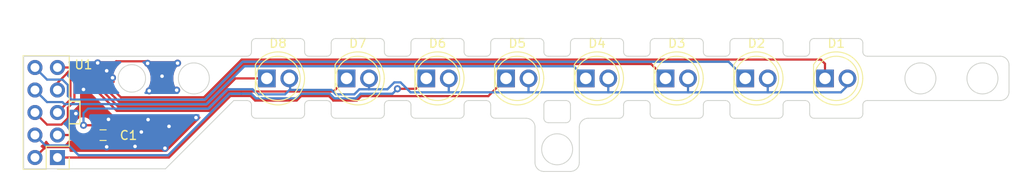
<source format=kicad_pcb>
(kicad_pcb (version 20171130) (host pcbnew "(5.1.6-0-10_14)")

  (general
    (thickness 1.6)
    (drawings 154)
    (tracks 195)
    (zones 0)
    (modules 10)
    (nets 11)
  )

  (page A4)
  (layers
    (0 F.Cu signal)
    (31 B.Cu signal)
    (32 B.Adhes user)
    (33 F.Adhes user)
    (34 B.Paste user)
    (35 F.Paste user)
    (36 B.SilkS user)
    (37 F.SilkS user)
    (38 B.Mask user)
    (39 F.Mask user)
    (40 Dwgs.User user)
    (41 Cmts.User user)
    (42 Eco1.User user)
    (43 Eco2.User user)
    (44 Edge.Cuts user)
    (45 Margin user)
    (46 B.CrtYd user)
    (47 F.CrtYd user)
    (48 B.Fab user)
    (49 F.Fab user)
  )

  (setup
    (last_trace_width 0.25)
    (trace_clearance 0.2)
    (zone_clearance 0.508)
    (zone_45_only no)
    (trace_min 0.2)
    (via_size 0.8)
    (via_drill 0.4)
    (via_min_size 0.4)
    (via_min_drill 0.3)
    (uvia_size 0.3)
    (uvia_drill 0.1)
    (uvias_allowed no)
    (uvia_min_size 0.2)
    (uvia_min_drill 0.1)
    (edge_width 0.1)
    (segment_width 0.2)
    (pcb_text_width 0.3)
    (pcb_text_size 1.5 1.5)
    (mod_edge_width 0.15)
    (mod_text_size 1 1)
    (mod_text_width 0.15)
    (pad_size 2 2)
    (pad_drill 1.3)
    (pad_to_mask_clearance 0)
    (aux_axis_origin 0 0)
    (grid_origin 0.5 0.5)
    (visible_elements FFFFFF7F)
    (pcbplotparams
      (layerselection 0x010fc_ffffffff)
      (usegerberextensions true)
      (usegerberattributes false)
      (usegerberadvancedattributes true)
      (creategerberjobfile true)
      (excludeedgelayer true)
      (linewidth 0.100000)
      (plotframeref false)
      (viasonmask false)
      (mode 1)
      (useauxorigin false)
      (hpglpennumber 1)
      (hpglpenspeed 20)
      (hpglpendiameter 15.000000)
      (psnegative false)
      (psa4output false)
      (plotreference true)
      (plotvalue true)
      (plotinvisibletext false)
      (padsonsilk false)
      (subtractmaskfromsilk false)
      (outputformat 1)
      (mirror false)
      (drillshape 0)
      (scaleselection 1)
      (outputdirectory ""))
  )

  (net 0 "")
  (net 1 GND)
  (net 2 VCC)
  (net 3 OUT1)
  (net 4 OUT2)
  (net 5 OUT3)
  (net 6 OUT4)
  (net 7 OUT5)
  (net 8 OUT6)
  (net 9 OUT7)
  (net 10 OUT8)

  (net_class Default "This is the default net class."
    (clearance 0.2)
    (trace_width 0.25)
    (via_dia 0.8)
    (via_drill 0.4)
    (uvia_dia 0.3)
    (uvia_drill 0.1)
    (add_net GND)
    (add_net OUT1)
    (add_net OUT2)
    (add_net OUT3)
    (add_net OUT4)
    (add_net OUT5)
    (add_net OUT6)
    (add_net OUT7)
    (add_net OUT8)
    (add_net VCC)
  )

  (module LEDs:LED_D5.0mm (layer F.Cu) (tedit 5F433320) (tstamp 5EFF066C)
    (at 164.73 113.5)
    (descr "LED, diameter 5.0mm, 2 pins, http://cdn-reichelt.de/documents/datenblatt/A500/LL-504BC2E-009.pdf")
    (tags "LED diameter 5.0mm 2 pins")
    (path /5ECD722C)
    (fp_text reference D1 (at 1.27 -3.96) (layer F.SilkS)
      (effects (font (size 1 1) (thickness 0.15)))
    )
    (fp_text value LED (at 1.27 3.96) (layer F.Fab)
      (effects (font (size 1 1) (thickness 0.15)))
    )
    (fp_circle (center 1.27 0) (end 3.77 0) (layer F.Fab) (width 0.1))
    (fp_circle (center 1.27 0) (end 3.77 0) (layer F.SilkS) (width 0.12))
    (fp_line (start -1.23 -1.469694) (end -1.23 1.469694) (layer F.Fab) (width 0.1))
    (fp_line (start -1.29 -1.545) (end -1.29 1.545) (layer F.SilkS) (width 0.12))
    (fp_line (start -1.95 -3.25) (end -1.95 3.25) (layer F.CrtYd) (width 0.05))
    (fp_line (start -1.95 3.25) (end 4.5 3.25) (layer F.CrtYd) (width 0.05))
    (fp_line (start 4.5 3.25) (end 4.5 -3.25) (layer F.CrtYd) (width 0.05))
    (fp_line (start 4.5 -3.25) (end -1.95 -3.25) (layer F.CrtYd) (width 0.05))
    (fp_arc (start 1.27 0) (end -1.23 -1.469694) (angle 299.1) (layer F.Fab) (width 0.1))
    (fp_arc (start 1.27 0) (end -1.29 -1.54483) (angle 148.9) (layer F.SilkS) (width 0.12))
    (fp_arc (start 1.27 0) (end -1.29 1.54483) (angle -148.9) (layer F.SilkS) (width 0.12))
    (fp_text user %R (at 2.36 -1.44) (layer F.Fab)
      (effects (font (size 0.8 0.8) (thickness 0.2)))
    )
    (pad 1 thru_hole rect (at 0 0) (size 2 2) (drill 1.3) (layers *.Cu *.Mask)
      (net 3 OUT1))
    (pad 2 thru_hole circle (at 2.54 0) (size 2 2) (drill 1.3) (layers *.Cu *.Mask)
      (net 2 VCC))
    (model ${KISYS3DMOD}/LEDs.3dshapes/LED_D5.0mm.wrl
      (at (xyz 0 0 0))
      (scale (xyz 0.393701 0.393701 0.393701))
      (rotate (xyz 0 0 0))
    )
    (model :desktop:OVLEW1CB9_OVLGC0C6B9.step.step
      (at (xyz 0 0 0))
      (scale (xyz 1 1 1))
      (rotate (xyz 0 0 0))
    )
  )

  (module LEDs:LED_D5.0mm (layer F.Cu) (tedit 5F433318) (tstamp 5EFF0639)
    (at 155.73 113.5)
    (descr "LED, diameter 5.0mm, 2 pins, http://cdn-reichelt.de/documents/datenblatt/A500/LL-504BC2E-009.pdf")
    (tags "LED diameter 5.0mm 2 pins")
    (path /5ECD7222)
    (fp_text reference D2 (at 1.27 -3.96) (layer F.SilkS)
      (effects (font (size 1 1) (thickness 0.15)))
    )
    (fp_text value LED (at 1.27 3.96) (layer F.Fab)
      (effects (font (size 1 1) (thickness 0.15)))
    )
    (fp_line (start 4.5 -3.25) (end -1.95 -3.25) (layer F.CrtYd) (width 0.05))
    (fp_line (start 4.5 3.25) (end 4.5 -3.25) (layer F.CrtYd) (width 0.05))
    (fp_line (start -1.95 3.25) (end 4.5 3.25) (layer F.CrtYd) (width 0.05))
    (fp_line (start -1.95 -3.25) (end -1.95 3.25) (layer F.CrtYd) (width 0.05))
    (fp_line (start -1.29 -1.545) (end -1.29 1.545) (layer F.SilkS) (width 0.12))
    (fp_line (start -1.23 -1.469694) (end -1.23 1.469694) (layer F.Fab) (width 0.1))
    (fp_circle (center 1.27 0) (end 3.77 0) (layer F.SilkS) (width 0.12))
    (fp_circle (center 1.27 0) (end 3.77 0) (layer F.Fab) (width 0.1))
    (fp_text user %R (at 1.25 0) (layer F.Fab)
      (effects (font (size 0.8 0.8) (thickness 0.2)))
    )
    (fp_arc (start 1.27 0) (end -1.29 1.54483) (angle -148.9) (layer F.SilkS) (width 0.12))
    (fp_arc (start 1.27 0) (end -1.29 -1.54483) (angle 148.9) (layer F.SilkS) (width 0.12))
    (fp_arc (start 1.27 0) (end -1.23 -1.469694) (angle 299.1) (layer F.Fab) (width 0.1))
    (pad 2 thru_hole circle (at 2.54 0) (size 2 2) (drill 1.3) (layers *.Cu *.Mask)
      (net 2 VCC))
    (pad 1 thru_hole rect (at 0 0) (size 2 2) (drill 1.3) (layers *.Cu *.Mask)
      (net 4 OUT2))
    (model ${KISYS3DMOD}/LEDs.3dshapes/LED_D5.0mm.wrl
      (at (xyz 0 0 0))
      (scale (xyz 0.393701 0.393701 0.393701))
      (rotate (xyz 0 0 0))
    )
    (model :desktop:OVLEW1CB9_OVLGC0C6B9.step.step
      (at (xyz 0 0 0))
      (scale (xyz 1 1 1))
      (rotate (xyz 0 0 0))
    )
  )

  (module LEDs:LED_D5.0mm (layer F.Cu) (tedit 5F433313) (tstamp 5EFF0606)
    (at 146.73 113.5)
    (descr "LED, diameter 5.0mm, 2 pins, http://cdn-reichelt.de/documents/datenblatt/A500/LL-504BC2E-009.pdf")
    (tags "LED diameter 5.0mm 2 pins")
    (path /5ECD7218)
    (fp_text reference D3 (at 1.27 -3.96) (layer F.SilkS)
      (effects (font (size 1 1) (thickness 0.15)))
    )
    (fp_text value LED (at 1.27 3.96) (layer F.Fab)
      (effects (font (size 1 1) (thickness 0.15)))
    )
    (fp_circle (center 1.27 0) (end 3.77 0) (layer F.Fab) (width 0.1))
    (fp_circle (center 1.27 0) (end 3.77 0) (layer F.SilkS) (width 0.12))
    (fp_line (start -1.23 -1.469694) (end -1.23 1.469694) (layer F.Fab) (width 0.1))
    (fp_line (start -1.29 -1.545) (end -1.29 1.545) (layer F.SilkS) (width 0.12))
    (fp_line (start -1.95 -3.25) (end -1.95 3.25) (layer F.CrtYd) (width 0.05))
    (fp_line (start -1.95 3.25) (end 4.5 3.25) (layer F.CrtYd) (width 0.05))
    (fp_line (start 4.5 3.25) (end 4.5 -3.25) (layer F.CrtYd) (width 0.05))
    (fp_line (start 4.5 -3.25) (end -1.95 -3.25) (layer F.CrtYd) (width 0.05))
    (fp_arc (start 1.27 0) (end -1.23 -1.469694) (angle 299.1) (layer F.Fab) (width 0.1))
    (fp_arc (start 1.27 0) (end -1.29 -1.54483) (angle 148.9) (layer F.SilkS) (width 0.12))
    (fp_arc (start 1.27 0) (end -1.29 1.54483) (angle -148.9) (layer F.SilkS) (width 0.12))
    (fp_text user %R (at 1.25 0) (layer F.Fab)
      (effects (font (size 0.8 0.8) (thickness 0.2)))
    )
    (pad 1 thru_hole rect (at 0 0) (size 2 2) (drill 1.3) (layers *.Cu *.Mask)
      (net 5 OUT3))
    (pad 2 thru_hole circle (at 2.54 0) (size 2 2) (drill 1.3) (layers *.Cu *.Mask)
      (net 2 VCC))
    (model ${KISYS3DMOD}/LEDs.3dshapes/LED_D5.0mm.wrl
      (at (xyz 0 0 0))
      (scale (xyz 0.3937 0.3937 0.3937))
      (rotate (xyz 0 0 0))
    )
    (model :desktop:OVLEW1CB9_OVLGC0C6B9.step.step
      (at (xyz 0 0 0))
      (scale (xyz 1 1 1))
      (rotate (xyz 0 0 0))
    )
  )

  (module LEDs:LED_D5.0mm (layer F.Cu) (tedit 5F43330B) (tstamp 5EFF05D3)
    (at 137.73 113.5)
    (descr "LED, diameter 5.0mm, 2 pins, http://cdn-reichelt.de/documents/datenblatt/A500/LL-504BC2E-009.pdf")
    (tags "LED diameter 5.0mm 2 pins")
    (path /5ECD720E)
    (fp_text reference D4 (at 1.27 -3.96) (layer F.SilkS)
      (effects (font (size 1 1) (thickness 0.15)))
    )
    (fp_text value LED (at 1.27 3.96) (layer F.Fab)
      (effects (font (size 1 1) (thickness 0.15)))
    )
    (fp_line (start 4.5 -3.25) (end -1.95 -3.25) (layer F.CrtYd) (width 0.05))
    (fp_line (start 4.5 3.25) (end 4.5 -3.25) (layer F.CrtYd) (width 0.05))
    (fp_line (start -1.95 3.25) (end 4.5 3.25) (layer F.CrtYd) (width 0.05))
    (fp_line (start -1.95 -3.25) (end -1.95 3.25) (layer F.CrtYd) (width 0.05))
    (fp_line (start -1.29 -1.545) (end -1.29 1.545) (layer F.SilkS) (width 0.12))
    (fp_line (start -1.23 -1.469694) (end -1.23 1.469694) (layer F.Fab) (width 0.1))
    (fp_circle (center 1.27 0) (end 3.77 0) (layer F.SilkS) (width 0.12))
    (fp_circle (center 1.27 0) (end 3.77 0) (layer F.Fab) (width 0.1))
    (fp_text user %R (at 1.25 0) (layer F.Fab)
      (effects (font (size 0.8 0.8) (thickness 0.2)))
    )
    (fp_arc (start 1.27 0) (end -1.29 1.54483) (angle -148.9) (layer F.SilkS) (width 0.12))
    (fp_arc (start 1.27 0) (end -1.29 -1.54483) (angle 148.9) (layer F.SilkS) (width 0.12))
    (fp_arc (start 1.27 0) (end -1.23 -1.469694) (angle 299.1) (layer F.Fab) (width 0.1))
    (pad 2 thru_hole circle (at 2.54 0) (size 2 2) (drill 1.3) (layers *.Cu *.Mask)
      (net 2 VCC))
    (pad 1 thru_hole rect (at 0 0) (size 2 2) (drill 1.3) (layers *.Cu *.Mask)
      (net 6 OUT4))
    (model ${KISYS3DMOD}/LEDs.3dshapes/LED_D5.0mm.wrl
      (at (xyz 0 0 0))
      (scale (xyz 0.393701 0.393701 0.393701))
      (rotate (xyz 0 0 0))
    )
    (model :desktop:OVLEW1CB9_OVLGC0C6B9.step.step
      (at (xyz 0 0 0))
      (scale (xyz 1 1 1))
      (rotate (xyz 0 0 0))
    )
  )

  (module LEDs:LED_D5.0mm (layer F.Cu) (tedit 5F433306) (tstamp 5EFFA656)
    (at 128.73 113.5)
    (descr "LED, diameter 5.0mm, 2 pins, http://cdn-reichelt.de/documents/datenblatt/A500/LL-504BC2E-009.pdf")
    (tags "LED diameter 5.0mm 2 pins")
    (path /5ECD30CB)
    (fp_text reference D5 (at 1.27 -3.96) (layer F.SilkS)
      (effects (font (size 1 1) (thickness 0.15)))
    )
    (fp_text value LED (at 1.27 3.96) (layer F.Fab)
      (effects (font (size 1 1) (thickness 0.15)))
    )
    (fp_circle (center 1.27 0) (end 3.77 0) (layer F.Fab) (width 0.1))
    (fp_circle (center 1.27 0) (end 3.77 0) (layer F.SilkS) (width 0.12))
    (fp_line (start -1.23 -1.469694) (end -1.23 1.469694) (layer F.Fab) (width 0.1))
    (fp_line (start -1.29 -1.545) (end -1.29 1.545) (layer F.SilkS) (width 0.12))
    (fp_line (start -1.95 -3.25) (end -1.95 3.25) (layer F.CrtYd) (width 0.05))
    (fp_line (start -1.95 3.25) (end 4.5 3.25) (layer F.CrtYd) (width 0.05))
    (fp_line (start 4.5 3.25) (end 4.5 -3.25) (layer F.CrtYd) (width 0.05))
    (fp_line (start 4.5 -3.25) (end -1.95 -3.25) (layer F.CrtYd) (width 0.05))
    (fp_arc (start 1.27 0) (end -1.23 -1.469694) (angle 299.1) (layer F.Fab) (width 0.1))
    (fp_arc (start 1.27 0) (end -1.29 -1.54483) (angle 148.9) (layer F.SilkS) (width 0.12))
    (fp_arc (start 1.27 0) (end -1.29 1.54483) (angle -148.9) (layer F.SilkS) (width 0.12))
    (fp_text user %R (at 1.25 0) (layer F.Fab)
      (effects (font (size 0.8 0.8) (thickness 0.2)))
    )
    (pad 1 thru_hole rect (at 0 0) (size 2 2) (drill 1.3) (layers *.Cu *.Mask)
      (net 7 OUT5))
    (pad 2 thru_hole circle (at 2.54 0) (size 2 2) (drill 1.3) (layers *.Cu *.Mask)
      (net 2 VCC))
    (model ${KISYS3DMOD}/LEDs.3dshapes/LED_D5.0mm.wrl
      (at (xyz 0 0 0))
      (scale (xyz 0.393701 0.393701 0.393701))
      (rotate (xyz 0 0 0))
    )
    (model :desktop:OVLEW1CB9_OVLGC0C6B9.step.step
      (at (xyz 0 0 0))
      (scale (xyz 1 1 1))
      (rotate (xyz 0 0 0))
    )
  )

  (module LEDs:LED_D5.0mm (layer F.Cu) (tedit 5F433300) (tstamp 5EFFA623)
    (at 119.73 113.5)
    (descr "LED, diameter 5.0mm, 2 pins, http://cdn-reichelt.de/documents/datenblatt/A500/LL-504BC2E-009.pdf")
    (tags "LED diameter 5.0mm 2 pins")
    (path /5ECD2AA7)
    (fp_text reference D6 (at 1.27 -3.96) (layer F.SilkS)
      (effects (font (size 1 1) (thickness 0.15)))
    )
    (fp_text value LED (at 1.27 3.96) (layer F.Fab)
      (effects (font (size 1 1) (thickness 0.15)))
    )
    (fp_line (start 4.5 -3.25) (end -1.95 -3.25) (layer F.CrtYd) (width 0.05))
    (fp_line (start 4.5 3.25) (end 4.5 -3.25) (layer F.CrtYd) (width 0.05))
    (fp_line (start -1.95 3.25) (end 4.5 3.25) (layer F.CrtYd) (width 0.05))
    (fp_line (start -1.95 -3.25) (end -1.95 3.25) (layer F.CrtYd) (width 0.05))
    (fp_line (start -1.29 -1.545) (end -1.29 1.545) (layer F.SilkS) (width 0.12))
    (fp_line (start -1.23 -1.469694) (end -1.23 1.469694) (layer F.Fab) (width 0.1))
    (fp_circle (center 1.27 0) (end 3.77 0) (layer F.SilkS) (width 0.12))
    (fp_circle (center 1.27 0) (end 3.77 0) (layer F.Fab) (width 0.1))
    (fp_text user %R (at 1.25 0) (layer F.Fab)
      (effects (font (size 0.8 0.8) (thickness 0.2)))
    )
    (fp_arc (start 1.27 0) (end -1.29 1.54483) (angle -148.9) (layer F.SilkS) (width 0.12))
    (fp_arc (start 1.27 0) (end -1.29 -1.54483) (angle 148.9) (layer F.SilkS) (width 0.12))
    (fp_arc (start 1.27 0) (end -1.23 -1.469694) (angle 299.1) (layer F.Fab) (width 0.1))
    (pad 2 thru_hole circle (at 2.54 0) (size 2 2) (drill 1.3) (layers *.Cu *.Mask)
      (net 2 VCC))
    (pad 1 thru_hole rect (at 0 0) (size 2 2) (drill 1.3) (layers *.Cu *.Mask)
      (net 8 OUT6))
    (model ${KISYS3DMOD}/LEDs.3dshapes/LED_D5.0mm.wrl
      (at (xyz 0 0 0))
      (scale (xyz 0.393701 0.393701 0.393701))
      (rotate (xyz 0 0 0))
    )
    (model :desktop:OVLEW1CB9_OVLGC0C6B9.step.step
      (at (xyz 0 0 0))
      (scale (xyz 1 1 1))
      (rotate (xyz 0 0 0))
    )
  )

  (module LEDs:LED_D5.0mm (layer F.Cu) (tedit 5F4332FA) (tstamp 5EFFA5F0)
    (at 110.73 113.5)
    (descr "LED, diameter 5.0mm, 2 pins, http://cdn-reichelt.de/documents/datenblatt/A500/LL-504BC2E-009.pdf")
    (tags "LED diameter 5.0mm 2 pins")
    (path /5ECD240F)
    (fp_text reference D7 (at 1.27 -3.96) (layer F.SilkS)
      (effects (font (size 1 1) (thickness 0.15)))
    )
    (fp_text value LED (at 1.27 3.96) (layer F.Fab)
      (effects (font (size 1 1) (thickness 0.15)))
    )
    (fp_circle (center 1.27 0) (end 3.77 0) (layer F.Fab) (width 0.1))
    (fp_circle (center 1.27 0) (end 3.77 0) (layer F.SilkS) (width 0.12))
    (fp_line (start -1.23 -1.469694) (end -1.23 1.469694) (layer F.Fab) (width 0.1))
    (fp_line (start -1.29 -1.545) (end -1.29 1.545) (layer F.SilkS) (width 0.12))
    (fp_line (start -1.95 -3.25) (end -1.95 3.25) (layer F.CrtYd) (width 0.05))
    (fp_line (start -1.95 3.25) (end 4.5 3.25) (layer F.CrtYd) (width 0.05))
    (fp_line (start 4.5 3.25) (end 4.5 -3.25) (layer F.CrtYd) (width 0.05))
    (fp_line (start 4.5 -3.25) (end -1.95 -3.25) (layer F.CrtYd) (width 0.05))
    (fp_arc (start 1.27 0) (end -1.23 -1.469694) (angle 299.1) (layer F.Fab) (width 0.1))
    (fp_arc (start 1.27 0) (end -1.29 -1.54483) (angle 148.9) (layer F.SilkS) (width 0.12))
    (fp_arc (start 1.27 0) (end -1.29 1.54483) (angle -148.9) (layer F.SilkS) (width 0.12))
    (fp_text user %R (at 1.25 0) (layer F.Fab)
      (effects (font (size 0.8 0.8) (thickness 0.2)))
    )
    (pad 1 thru_hole rect (at 0 0) (size 2 2) (drill 1.3) (layers *.Cu *.Mask)
      (net 9 OUT7))
    (pad 2 thru_hole circle (at 2.54 0) (size 2 2) (drill 1.3) (layers *.Cu *.Mask)
      (net 2 VCC))
    (model ${KISYS3DMOD}/LEDs.3dshapes/LED_D5.0mm.wrl
      (at (xyz 0 0 0))
      (scale (xyz 0.3937 0.3937 0.3937))
      (rotate (xyz 0 0 0))
    )
    (model :desktop:OVLEW1CB9_OVLGC0C6B9.step.step
      (at (xyz 0 0 0))
      (scale (xyz 1 1 1))
      (rotate (xyz 0 0 0))
    )
  )

  (module LEDs:LED_D5.0mm (layer F.Cu) (tedit 5F4332E2) (tstamp 5EFFA5BD)
    (at 101.73 113.5)
    (descr "LED, diameter 5.0mm, 2 pins, http://cdn-reichelt.de/documents/datenblatt/A500/LL-504BC2E-009.pdf")
    (tags "LED diameter 5.0mm 2 pins")
    (path /5ECD166D)
    (fp_text reference D8 (at 1.27 -3.96) (layer F.SilkS)
      (effects (font (size 1 1) (thickness 0.15)))
    )
    (fp_text value LED (at 1.27 3.96) (layer F.Fab)
      (effects (font (size 1 1) (thickness 0.15)))
    )
    (fp_line (start 4.5 -3.25) (end -1.95 -3.25) (layer F.CrtYd) (width 0.05))
    (fp_line (start 4.5 3.25) (end 4.5 -3.25) (layer F.CrtYd) (width 0.05))
    (fp_line (start -1.95 3.25) (end 4.5 3.25) (layer F.CrtYd) (width 0.05))
    (fp_line (start -1.95 -3.25) (end -1.95 3.25) (layer F.CrtYd) (width 0.05))
    (fp_line (start -1.29 -1.545) (end -1.29 1.545) (layer F.SilkS) (width 0.12))
    (fp_line (start -1.23 -1.469694) (end -1.23 1.469694) (layer F.Fab) (width 0.1))
    (fp_circle (center 1.27 0) (end 3.77 0) (layer F.SilkS) (width 0.12))
    (fp_circle (center 1.27 0) (end 3.77 0) (layer F.Fab) (width 0.1))
    (fp_text user %R (at 1.25 0) (layer F.Fab)
      (effects (font (size 0.8 0.8) (thickness 0.2)))
    )
    (fp_arc (start 1.27 0) (end -1.29 1.54483) (angle -148.9) (layer F.SilkS) (width 0.12))
    (fp_arc (start 1.27 0) (end -1.29 -1.54483) (angle 148.9) (layer F.SilkS) (width 0.12))
    (fp_arc (start 1.27 0) (end -1.23 -1.469694) (angle 299.1) (layer F.Fab) (width 0.1))
    (pad 2 thru_hole circle (at 2.54 0) (size 2 2) (drill 1.3) (layers *.Cu *.Mask)
      (net 2 VCC))
    (pad 1 thru_hole rect (at 0 0) (size 2 2) (drill 1.3) (layers *.Cu *.Mask)
      (net 10 OUT8))
    (model ${KISYS3DMOD}/LEDs.3dshapes/LED_D5.0mm.wrl
      (at (xyz 0 0 0))
      (scale (xyz 0.393701 0.393701 0.393701))
      (rotate (xyz 0 0 0))
    )
    (model :desktop:OVLEW1CB9_OVLGC0C6B9.step.step
      (at (xyz 0 0 0))
      (scale (xyz 1 1 1))
      (rotate (xyz 0 0 0))
    )
  )

  (module Capacitors_SMD:C_0603_HandSoldering (layer F.Cu) (tedit 58AA848B) (tstamp 5EFFD67E)
    (at 83.2532 119.9054)
    (descr "Capacitor SMD 0603, hand soldering")
    (tags "capacitor 0603")
    (path /5ED07E21)
    (attr smd)
    (fp_text reference C1 (at 2.8702 0.0254) (layer F.SilkS)
      (effects (font (size 1 1) (thickness 0.15)))
    )
    (fp_text value C (at 0 1.5) (layer F.Fab)
      (effects (font (size 1 1) (thickness 0.15)))
    )
    (fp_line (start -0.8 0.4) (end -0.8 -0.4) (layer F.Fab) (width 0.1))
    (fp_line (start 0.8 0.4) (end -0.8 0.4) (layer F.Fab) (width 0.1))
    (fp_line (start 0.8 -0.4) (end 0.8 0.4) (layer F.Fab) (width 0.1))
    (fp_line (start -0.8 -0.4) (end 0.8 -0.4) (layer F.Fab) (width 0.1))
    (fp_line (start -0.35 -0.6) (end 0.35 -0.6) (layer F.SilkS) (width 0.12))
    (fp_line (start 0.35 0.6) (end -0.35 0.6) (layer F.SilkS) (width 0.12))
    (fp_line (start -1.8 -0.65) (end 1.8 -0.65) (layer F.CrtYd) (width 0.05))
    (fp_line (start -1.8 -0.65) (end -1.8 0.65) (layer F.CrtYd) (width 0.05))
    (fp_line (start 1.8 0.65) (end 1.8 -0.65) (layer F.CrtYd) (width 0.05))
    (fp_line (start 1.8 0.65) (end -1.8 0.65) (layer F.CrtYd) (width 0.05))
    (fp_text user %R (at 0 -1.25) (layer F.Fab)
      (effects (font (size 1 1) (thickness 0.15)))
    )
    (pad 1 smd rect (at -0.95 0) (size 1.2 0.75) (layers F.Cu F.Paste F.Mask)
      (net 2 VCC))
    (pad 2 smd rect (at 0.95 0) (size 1.2 0.75) (layers F.Cu F.Paste F.Mask)
      (net 1 GND))
    (model Capacitors_SMD.3dshapes/C_0603.wrl
      (at (xyz 0 0 0))
      (scale (xyz 1 1 1))
      (rotate (xyz 0 0 0))
    )
    (model ${KISYS3DMOD}/Capacitor_SMD.3dshapes/C_0603_1608Metric.step
      (at (xyz 0 0 0))
      (scale (xyz 1 1 1))
      (rotate (xyz 0 0 0))
    )
  )

  (module Pin_Headers:Pin_Header_Straight_2x05_Pitch2.54mm (layer F.Cu) (tedit 5F1FD418) (tstamp 5F1FB8CC)
    (at 78.104401 122.43 180)
    (descr "Through hole straight pin header, 2x05, 2.54mm pitch, double rows")
    (tags "Through hole pin header THT 2x05 2.54mm double row")
    (path /5F22415F)
    (fp_text reference U1 (at -2.938999 10.4748) (layer F.SilkS)
      (effects (font (size 1 1) (thickness 0.15)))
    )
    (fp_text value Conn_02x05 (at 1.27 12.49) (layer F.Fab)
      (effects (font (size 1 1) (thickness 0.15)))
    )
    (fp_line (start 4.35 -1.8) (end -1.8 -1.8) (layer F.CrtYd) (width 0.05))
    (fp_line (start 4.35 11.95) (end 4.35 -1.8) (layer F.CrtYd) (width 0.05))
    (fp_line (start -1.8 11.95) (end 4.35 11.95) (layer F.CrtYd) (width 0.05))
    (fp_line (start -1.8 -1.8) (end -1.8 11.95) (layer F.CrtYd) (width 0.05))
    (fp_line (start -1.33 -1.33) (end 0 -1.33) (layer F.SilkS) (width 0.12))
    (fp_line (start -1.33 0) (end -1.33 -1.33) (layer F.SilkS) (width 0.12))
    (fp_line (start 1.27 -1.33) (end 3.87 -1.33) (layer F.SilkS) (width 0.12))
    (fp_line (start 1.27 1.27) (end 1.27 -1.33) (layer F.SilkS) (width 0.12))
    (fp_line (start -1.33 1.27) (end 1.27 1.27) (layer F.SilkS) (width 0.12))
    (fp_line (start 3.87 -1.33) (end 3.87 11.49) (layer F.SilkS) (width 0.12))
    (fp_line (start -1.33 1.27) (end -1.33 11.49) (layer F.SilkS) (width 0.12))
    (fp_line (start -1.33 11.49) (end 3.87 11.49) (layer F.SilkS) (width 0.12))
    (fp_line (start -1.27 0) (end 0 -1.27) (layer F.Fab) (width 0.1))
    (fp_line (start -1.27 11.43) (end -1.27 0) (layer F.Fab) (width 0.1))
    (fp_line (start 3.81 11.43) (end -1.27 11.43) (layer F.Fab) (width 0.1))
    (fp_line (start 3.81 -1.27) (end 3.81 11.43) (layer F.Fab) (width 0.1))
    (fp_line (start 0 -1.27) (end 3.81 -1.27) (layer F.Fab) (width 0.1))
    (fp_text user %R (at 1.27 5.08 90) (layer F.Fab)
      (effects (font (size 1 1) (thickness 0.15)))
    )
    (pad 10 thru_hole oval (at 2.54 10.16 180) (size 1.7 1.7) (drill 1) (layers *.Cu *.Mask)
      (net 4 OUT2))
    (pad 9 thru_hole oval (at 0 10.16 180) (size 1.7 1.7) (drill 1) (layers *.Cu *.Mask)
      (net 3 OUT1))
    (pad 8 thru_hole oval (at 2.54 7.62 180) (size 1.7 1.7) (drill 1) (layers *.Cu *.Mask)
      (net 6 OUT4))
    (pad 7 thru_hole oval (at 0 7.62 180) (size 1.7 1.7) (drill 1) (layers *.Cu *.Mask)
      (net 5 OUT3))
    (pad 6 thru_hole oval (at 2.54 5.08 180) (size 1.7 1.7) (drill 1) (layers *.Cu *.Mask)
      (net 9 OUT7))
    (pad 5 thru_hole oval (at 0 5.08 180) (size 1.7 1.7) (drill 1) (layers *.Cu *.Mask)
      (net 10 OUT8))
    (pad 4 thru_hole oval (at 2.54 2.54 180) (size 1.7 1.7) (drill 1) (layers *.Cu *.Mask)
      (net 8 OUT6))
    (pad 3 thru_hole oval (at 0 2.54 180) (size 1.7 1.7) (drill 1) (layers *.Cu *.Mask)
      (net 2 VCC))
    (pad 2 thru_hole oval (at 2.54 0 180) (size 1.7 1.7) (drill 1) (layers *.Cu *.Mask)
      (net 1 GND))
    (pad 1 thru_hole rect (at 0 0 180) (size 1.7 1.7) (drill 1) (layers *.Cu *.Mask)
      (net 7 OUT5))
    (model ${KISYS3DMOD}/Pin_Headers.3dshapes/Pin_Header_Straight_2x05_Pitch2.54mm.wrl
      (at (xyz 0 0 0))
      (scale (xyz 1 1 1))
      (rotate (xyz 0 0 0))
    )
    (model ":desktop:aitendo-MIL-2x5-cable-edge v1.step"
      (at (xyz 0 0 0))
      (scale (xyz 1 1 1))
      (rotate (xyz 0 0 0))
    )
  )

  (gr_text 111.3x15mm (at 77.5 105.5) (layer Dwgs.User)
    (effects (font (size 1 1) (thickness 0.15)))
  )
  (gr_line (start 133.5 118.5) (end 135.5 118.5) (layer Edge.Cuts) (width 0.1) (tstamp 5F27A9DA))
  (gr_arc (start 131 119) (end 132 119) (angle -90) (layer Edge.Cuts) (width 0.1))
  (gr_arc (start 138 119) (end 138 118) (angle -90) (layer Edge.Cuts) (width 0.1))
  (gr_line (start 135.5 116) (end 133.5 116) (layer Edge.Cuts) (width 0.1) (tstamp 5F27A9C5))
  (gr_line (start 144.5 116) (end 142.5 116) (layer Edge.Cuts) (width 0.1) (tstamp 5F27A9C4))
  (gr_line (start 153.5 116) (end 151.5 116) (layer Edge.Cuts) (width 0.1) (tstamp 5F27A9C3))
  (gr_line (start 162.5 116) (end 160.5 116) (layer Edge.Cuts) (width 0.1) (tstamp 5F27A9C2))
  (gr_line (start 184.5 111) (end 169.5 111) (layer Edge.Cuts) (width 0.1) (tstamp 5F27A9BE))
  (gr_line (start 160.5 111) (end 162.5 111) (layer Edge.Cuts) (width 0.1) (tstamp 5F27A9BD))
  (gr_line (start 151.5 111) (end 153.5 111) (layer Edge.Cuts) (width 0.1) (tstamp 5F27A9BC))
  (gr_line (start 142.5 111) (end 144.5 111) (layer Edge.Cuts) (width 0.1) (tstamp 5F27A9BB))
  (gr_line (start 133.5 111) (end 135.5 111) (layer Edge.Cuts) (width 0.1) (tstamp 5F27A9BA))
  (gr_line (start 124.5 111) (end 126.5 111) (layer Edge.Cuts) (width 0.1) (tstamp 5F27A9B9))
  (gr_line (start 115.5 111) (end 117.5 111) (layer Edge.Cuts) (width 0.1) (tstamp 5F27A9B8))
  (gr_line (start 106.5 111) (end 108.5 111) (layer Edge.Cuts) (width 0.1) (tstamp 5F27A9B7))
  (gr_line (start 124.5 116) (end 126.5 116) (layer Edge.Cuts) (width 0.1) (tstamp 5F27A9B6))
  (gr_line (start 115.5 116) (end 117.5 116) (layer Edge.Cuts) (width 0.1) (tstamp 5F27A9B5))
  (gr_line (start 106.5 116) (end 108.5 116) (layer Edge.Cuts) (width 0.1) (tstamp 5F27A9B4))
  (gr_arc (start 163.5 117.5) (end 163 117.5) (angle -90) (layer Edge.Cuts) (width 0.1) (tstamp 5F27A9A6))
  (gr_arc (start 162.5 116.5) (end 163 116.5) (angle -90) (layer Edge.Cuts) (width 0.1) (tstamp 5F27A9A5))
  (gr_line (start 163 116.5) (end 163 117.5) (layer Edge.Cuts) (width 0.1) (tstamp 5F27A9A4))
  (gr_line (start 168.5 118) (end 163.5 118) (layer Edge.Cuts) (width 0.1) (tstamp 5F27A9A3))
  (gr_line (start 169 117.5) (end 169 116.5) (layer Edge.Cuts) (width 0.1) (tstamp 5F27A9A2))
  (gr_arc (start 168.5 117.5) (end 168.5 118) (angle -90) (layer Edge.Cuts) (width 0.1) (tstamp 5F27A9A1))
  (gr_arc (start 169.5 116.5) (end 169.5 116) (angle -90) (layer Edge.Cuts) (width 0.1) (tstamp 5F27A9A0))
  (gr_line (start 154 116.5) (end 154 117.5) (layer Edge.Cuts) (width 0.1) (tstamp 5F27A998))
  (gr_arc (start 153.5 116.5) (end 154 116.5) (angle -90) (layer Edge.Cuts) (width 0.1) (tstamp 5F27A997))
  (gr_arc (start 159.5 117.5) (end 159.5 118) (angle -90) (layer Edge.Cuts) (width 0.1) (tstamp 5F27A996))
  (gr_arc (start 160.5 116.5) (end 160.5 116) (angle -90) (layer Edge.Cuts) (width 0.1) (tstamp 5F27A995))
  (gr_line (start 160 117.5) (end 160 116.5) (layer Edge.Cuts) (width 0.1) (tstamp 5F27A994))
  (gr_arc (start 154.5 117.5) (end 154 117.5) (angle -90) (layer Edge.Cuts) (width 0.1) (tstamp 5F27A993))
  (gr_line (start 159.5 118) (end 154.5 118) (layer Edge.Cuts) (width 0.1) (tstamp 5F27A992))
  (gr_line (start 150.5 118) (end 145.5 118) (layer Edge.Cuts) (width 0.1) (tstamp 5F27A98A))
  (gr_line (start 145 116.5) (end 145 117.5) (layer Edge.Cuts) (width 0.1) (tstamp 5F27A989))
  (gr_arc (start 150.5 117.5) (end 150.5 118) (angle -90) (layer Edge.Cuts) (width 0.1) (tstamp 5F27A988))
  (gr_arc (start 151.5 116.5) (end 151.5 116) (angle -90) (layer Edge.Cuts) (width 0.1) (tstamp 5F27A987))
  (gr_arc (start 144.5 116.5) (end 145 116.5) (angle -90) (layer Edge.Cuts) (width 0.1) (tstamp 5F27A986))
  (gr_line (start 151 117.5) (end 151 116.5) (layer Edge.Cuts) (width 0.1) (tstamp 5F27A985))
  (gr_arc (start 145.5 117.5) (end 145 117.5) (angle -90) (layer Edge.Cuts) (width 0.1) (tstamp 5F27A984))
  (gr_line (start 142 117.5) (end 142 116.5) (layer Edge.Cuts) (width 0.1) (tstamp 5F27A97C))
  (gr_arc (start 142.5 116.5) (end 142.5 116) (angle -90) (layer Edge.Cuts) (width 0.1) (tstamp 5F27A97B))
  (gr_arc (start 135.5 116.5) (end 136 116.5) (angle -90) (layer Edge.Cuts) (width 0.1) (tstamp 5F27A97A))
  (gr_line (start 136 116.5) (end 136 118) (layer Edge.Cuts) (width 0.1) (tstamp 5F27A979))
  (gr_arc (start 141.5 117.5) (end 141.5 118) (angle -90) (layer Edge.Cuts) (width 0.1) (tstamp 5F27A978))
  (gr_arc (start 133.5 118) (end 133 118) (angle -90) (layer Edge.Cuts) (width 0.1) (tstamp 5F27A977))
  (gr_line (start 141.5 118) (end 138 118) (layer Edge.Cuts) (width 0.1) (tstamp 5F27A976))
  (gr_line (start 133 118) (end 133 116.5) (layer Edge.Cuts) (width 0.1) (tstamp 5F27A96E))
  (gr_line (start 131 118) (end 127.5 118) (layer Edge.Cuts) (width 0.1) (tstamp 5F27A96D))
  (gr_arc (start 135.5 118) (end 135.5 118.5) (angle -90) (layer Edge.Cuts) (width 0.1) (tstamp 5F27A96C))
  (gr_arc (start 127.5 117.5) (end 127 117.5) (angle -90) (layer Edge.Cuts) (width 0.1) (tstamp 5F27A96B))
  (gr_arc (start 126.5 116.5) (end 127 116.5) (angle -90) (layer Edge.Cuts) (width 0.1) (tstamp 5F27A96A))
  (gr_line (start 127 116.5) (end 127 117.5) (layer Edge.Cuts) (width 0.1) (tstamp 5F27A969))
  (gr_arc (start 133.5 116.5) (end 133.5 116) (angle -90) (layer Edge.Cuts) (width 0.1) (tstamp 5F27A968))
  (gr_arc (start 117.5 116.5) (end 118 116.5) (angle -90) (layer Edge.Cuts) (width 0.1) (tstamp 5F27A960))
  (gr_arc (start 123.5 117.5) (end 123.5 118) (angle -90) (layer Edge.Cuts) (width 0.1) (tstamp 5F27A95F))
  (gr_line (start 118 116.5) (end 118 117.5) (layer Edge.Cuts) (width 0.1) (tstamp 5F27A95E))
  (gr_line (start 123.5 118) (end 118.5 118) (layer Edge.Cuts) (width 0.1) (tstamp 5F27A95D))
  (gr_arc (start 124.5 116.5) (end 124.5 116) (angle -90) (layer Edge.Cuts) (width 0.1) (tstamp 5F27A95C))
  (gr_arc (start 118.5 117.5) (end 118 117.5) (angle -90) (layer Edge.Cuts) (width 0.1) (tstamp 5F27A95B))
  (gr_line (start 124 117.5) (end 124 116.5) (layer Edge.Cuts) (width 0.1) (tstamp 5F27A95A))
  (gr_line (start 109 116.5) (end 109 117.5) (layer Edge.Cuts) (width 0.1) (tstamp 5F27A952))
  (gr_arc (start 108.5 116.5) (end 109 116.5) (angle -90) (layer Edge.Cuts) (width 0.1) (tstamp 5F27A951))
  (gr_line (start 114.5 118) (end 109.5 118) (layer Edge.Cuts) (width 0.1) (tstamp 5F27A950))
  (gr_arc (start 115.5 116.5) (end 115.5 116) (angle -90) (layer Edge.Cuts) (width 0.1) (tstamp 5F27A94F))
  (gr_arc (start 109.5 117.5) (end 109 117.5) (angle -90) (layer Edge.Cuts) (width 0.1) (tstamp 5F27A94E))
  (gr_arc (start 114.5 117.5) (end 114.5 118) (angle -90) (layer Edge.Cuts) (width 0.1) (tstamp 5F27A94D))
  (gr_line (start 115 117.5) (end 115 116.5) (layer Edge.Cuts) (width 0.1) (tstamp 5F27A94C))
  (gr_line (start 100 116.5) (end 100 117.5) (layer Edge.Cuts) (width 0.1) (tstamp 5F27A936))
  (gr_line (start 106 117.5) (end 106 116.5) (layer Edge.Cuts) (width 0.1) (tstamp 5F27A935))
  (gr_arc (start 99.5 116.5) (end 100 116.5) (angle -90) (layer Edge.Cuts) (width 0.1) (tstamp 5F27A934))
  (gr_arc (start 106.5 116.5) (end 106.5 116) (angle -90) (layer Edge.Cuts) (width 0.1) (tstamp 5F27A933))
  (gr_line (start 105.5 118) (end 100.5 118) (layer Edge.Cuts) (width 0.1) (tstamp 5F27A932))
  (gr_arc (start 105.5 117.5) (end 105.5 118) (angle -90) (layer Edge.Cuts) (width 0.1) (tstamp 5F27A931))
  (gr_arc (start 100.5 117.5) (end 100 117.5) (angle -90) (layer Edge.Cuts) (width 0.1) (tstamp 5F27A930))
  (gr_line (start 163.5 109) (end 168.5 109) (layer Edge.Cuts) (width 0.1) (tstamp 5F27A928))
  (gr_arc (start 163.5 109.5) (end 163.5 109) (angle -90) (layer Edge.Cuts) (width 0.1) (tstamp 5F27A927))
  (gr_arc (start 168.5 109.5) (end 169 109.5) (angle -90) (layer Edge.Cuts) (width 0.1) (tstamp 5F27A926))
  (gr_arc (start 162.5 110.5) (end 162.5 111) (angle -90) (layer Edge.Cuts) (width 0.1) (tstamp 5F27A925))
  (gr_arc (start 169.5 110.5) (end 169 110.5) (angle -90) (layer Edge.Cuts) (width 0.1) (tstamp 5F27A924))
  (gr_line (start 169 110.5) (end 169 109.5) (layer Edge.Cuts) (width 0.1) (tstamp 5F27A923))
  (gr_line (start 163 109.5) (end 163 110.5) (layer Edge.Cuts) (width 0.1) (tstamp 5F27A922))
  (gr_arc (start 154.5 109.5) (end 154.5 109) (angle -90) (layer Edge.Cuts) (width 0.1) (tstamp 5F27A91A))
  (gr_line (start 154.5 109) (end 159.5 109) (layer Edge.Cuts) (width 0.1) (tstamp 5F27A919))
  (gr_arc (start 160.5 110.5) (end 160 110.5) (angle -90) (layer Edge.Cuts) (width 0.1) (tstamp 5F27A918))
  (gr_arc (start 159.5 109.5) (end 160 109.5) (angle -90) (layer Edge.Cuts) (width 0.1) (tstamp 5F27A917))
  (gr_arc (start 153.5 110.5) (end 153.5 111) (angle -90) (layer Edge.Cuts) (width 0.1) (tstamp 5F27A916))
  (gr_line (start 160 110.5) (end 160 109.5) (layer Edge.Cuts) (width 0.1) (tstamp 5F27A915))
  (gr_line (start 154 109.5) (end 154 110.5) (layer Edge.Cuts) (width 0.1) (tstamp 5F27A914))
  (gr_line (start 151 110.5) (end 151 109.5) (layer Edge.Cuts) (width 0.1) (tstamp 5F27A90C))
  (gr_line (start 145.5 109) (end 150.5 109) (layer Edge.Cuts) (width 0.1) (tstamp 5F27A90B))
  (gr_arc (start 145.5 109.5) (end 145.5 109) (angle -90) (layer Edge.Cuts) (width 0.1) (tstamp 5F27A90A))
  (gr_line (start 145 109.5) (end 145 110.5) (layer Edge.Cuts) (width 0.1) (tstamp 5F27A909))
  (gr_arc (start 151.5 110.5) (end 151 110.5) (angle -90) (layer Edge.Cuts) (width 0.1) (tstamp 5F27A908))
  (gr_arc (start 144.5 110.5) (end 144.5 111) (angle -90) (layer Edge.Cuts) (width 0.1) (tstamp 5F27A907))
  (gr_arc (start 150.5 109.5) (end 151 109.5) (angle -90) (layer Edge.Cuts) (width 0.1) (tstamp 5F27A906))
  (gr_line (start 136.5 109) (end 141.5 109) (layer Edge.Cuts) (width 0.1) (tstamp 5F27A8FE))
  (gr_line (start 142 110.5) (end 142 109.5) (layer Edge.Cuts) (width 0.1) (tstamp 5F27A8FD))
  (gr_arc (start 142.5 110.5) (end 142 110.5) (angle -90) (layer Edge.Cuts) (width 0.1) (tstamp 5F27A8FC))
  (gr_line (start 136 109.5) (end 136 110.5) (layer Edge.Cuts) (width 0.1) (tstamp 5F27A8FB))
  (gr_arc (start 135.5 110.5) (end 135.5 111) (angle -90) (layer Edge.Cuts) (width 0.1) (tstamp 5F27A8FA))
  (gr_arc (start 136.5 109.5) (end 136.5 109) (angle -90) (layer Edge.Cuts) (width 0.1) (tstamp 5F27A8F9))
  (gr_arc (start 141.5 109.5) (end 142 109.5) (angle -90) (layer Edge.Cuts) (width 0.1) (tstamp 5F27A8F8))
  (gr_line (start 133 110.5) (end 133 109.5) (layer Edge.Cuts) (width 0.1) (tstamp 5F27A8F0))
  (gr_line (start 127.5 109) (end 132.5 109) (layer Edge.Cuts) (width 0.1) (tstamp 5F27A8EF))
  (gr_arc (start 133.5 110.5) (end 133 110.5) (angle -90) (layer Edge.Cuts) (width 0.1) (tstamp 5F27A8EE))
  (gr_line (start 127 109.5) (end 127 110.5) (layer Edge.Cuts) (width 0.1) (tstamp 5F27A8ED))
  (gr_arc (start 126.5 110.5) (end 126.5 111) (angle -90) (layer Edge.Cuts) (width 0.1) (tstamp 5F27A8EC))
  (gr_arc (start 132.5 109.5) (end 133 109.5) (angle -90) (layer Edge.Cuts) (width 0.1) (tstamp 5F27A8EB))
  (gr_arc (start 127.5 109.5) (end 127.5 109) (angle -90) (layer Edge.Cuts) (width 0.1) (tstamp 5F27A8EA))
  (gr_arc (start 118.5 109.5) (end 118.5 109) (angle -90) (layer Edge.Cuts) (width 0.1) (tstamp 5F27A8E2))
  (gr_line (start 118 109.5) (end 118 110.5) (layer Edge.Cuts) (width 0.1) (tstamp 5F27A8E1))
  (gr_arc (start 117.5 110.5) (end 117.5 111) (angle -90) (layer Edge.Cuts) (width 0.1) (tstamp 5F27A8E0))
  (gr_arc (start 123.5 109.5) (end 124 109.5) (angle -90) (layer Edge.Cuts) (width 0.1) (tstamp 5F27A8DF))
  (gr_line (start 118.5 109) (end 123.5 109) (layer Edge.Cuts) (width 0.1) (tstamp 5F27A8DE))
  (gr_line (start 124 110.5) (end 124 109.5) (layer Edge.Cuts) (width 0.1) (tstamp 5F27A8DD))
  (gr_arc (start 124.5 110.5) (end 124 110.5) (angle -90) (layer Edge.Cuts) (width 0.1) (tstamp 5F27A8DC))
  (gr_arc (start 109.5 109.5) (end 109.5 109) (angle -90) (layer Edge.Cuts) (width 0.1) (tstamp 5F27A8D4))
  (gr_line (start 109 109.5) (end 109 110.5) (layer Edge.Cuts) (width 0.1) (tstamp 5F27A8D3))
  (gr_arc (start 108.5 110.5) (end 108.5 111) (angle -90) (layer Edge.Cuts) (width 0.1) (tstamp 5F27A8D2))
  (gr_arc (start 114.5 109.5) (end 115 109.5) (angle -90) (layer Edge.Cuts) (width 0.1) (tstamp 5F27A8D1))
  (gr_arc (start 115.5 110.5) (end 115 110.5) (angle -90) (layer Edge.Cuts) (width 0.1) (tstamp 5F27A8D0))
  (gr_line (start 115 110.5) (end 115 109.5) (layer Edge.Cuts) (width 0.1) (tstamp 5F27A8CF))
  (gr_line (start 109.5 109) (end 114.5 109) (layer Edge.Cuts) (width 0.1) (tstamp 5F27A8CE))
  (gr_line (start 100.5 109) (end 105.5 109) (layer Edge.Cuts) (width 0.1) (tstamp 5F27A8BB))
  (gr_arc (start 105.5 109.5) (end 106 109.5) (angle -90) (layer Edge.Cuts) (width 0.1))
  (gr_arc (start 100.5 109.5) (end 100.5 109) (angle -90) (layer Edge.Cuts) (width 0.1))
  (gr_arc (start 106.5 110.5) (end 106 110.5) (angle -90) (layer Edge.Cuts) (width 0.1))
  (gr_arc (start 99.5 110.5) (end 99.5 111) (angle -90) (layer Edge.Cuts) (width 0.1))
  (gr_line (start 100 109.5) (end 100 110.5) (layer Edge.Cuts) (width 0.1))
  (gr_line (start 106 110.5) (end 106 109.5) (layer Edge.Cuts) (width 0.1))
  (gr_line (start 184.5 116) (end 169.5 116) (layer Edge.Cuts) (width 0.1) (tstamp 5F227B9F))
  (gr_arc (start 133 123) (end 132 123) (angle -90) (layer Edge.Cuts) (width 0.1))
  (gr_arc (start 136 123) (end 136 124) (angle -90) (layer Edge.Cuts) (width 0.1))
  (gr_line (start 133 124) (end 136 124) (layer Edge.Cuts) (width 0.1))
  (gr_line (start 132 119) (end 132 123) (layer Edge.Cuts) (width 0.1))
  (gr_line (start 137 123) (end 137 119) (layer Edge.Cuts) (width 0.1))
  (gr_circle (center 134.5 121.5) (end 136.25 121.5) (layer Edge.Cuts) (width 0.1) (tstamp 5F227AF3))
  (gr_line (start 80.644401 118.62) (end 79.4512 118.62) (layer F.SilkS) (width 0.15) (tstamp 5F20DEE1))
  (gr_line (start 80.644401 116.08) (end 80.644401 118.62) (layer F.SilkS) (width 0.15) (tstamp 5F20DEE4))
  (gr_line (start 79.4512 116.08) (end 80.644401 116.08) (layer F.SilkS) (width 0.15) (tstamp 5F20DEDE))
  (gr_circle (center 182.5 113.5) (end 184.25 113.5) (layer Edge.Cuts) (width 0.1) (tstamp 5F152C8D))
  (gr_circle (center 86.5 113.5) (end 88.05 113.5) (layer Edge.Cuts) (width 0.1) (tstamp 5F152C6C))
  (gr_circle (center 93.5 113.5) (end 95.25 113.5) (layer Edge.Cuts) (width 0.1) (tstamp 5F152C4A))
  (gr_circle (center 175.5 113.5) (end 177.25 113.5) (layer Edge.Cuts) (width 0.1) (tstamp 5EFFDFA8))
  (gr_arc (start 184.5 112) (end 185.5 112) (angle -90) (layer Edge.Cuts) (width 0.1))
  (gr_arc (start 184.5 115) (end 184.5 116) (angle -90) (layer Edge.Cuts) (width 0.1))
  (gr_line (start 99.5 116) (end 98 116) (layer Edge.Cuts) (width 0.1))
  (gr_line (start 185.5 112) (end 185.5 115) (layer Edge.Cuts) (width 0.1))
  (gr_line (start 74.294401 111) (end 99.5 111) (layer Edge.Cuts) (width 0.1) (tstamp 5F1F8C0F))
  (gr_line (start 90.3 123.7) (end 98 116) (layer Edge.Cuts) (width 0.1) (tstamp 5EFFD35A))
  (gr_line (start 74.294401 123.7) (end 90.3 123.7) (layer Edge.Cuts) (width 0.1))
  (gr_line (start 74.294401 111) (end 74.294401 123.7) (layer Edge.Cuts) (width 0.1))
  (gr_circle (center 134.5 113.5) (end 135.059017 113.5) (layer Dwgs.User) (width 0.2) (tstamp 5EFFA3EA))

  (via (at 83.8628 118.1274) (size 0.8) (drill 0.4) (layers F.Cu B.Cu) (net 1))
  (segment (start 76.739402 121.254999) (end 75.564401 122.43) (width 0.25) (layer F.Cu) (net 1))
  (via (at 81.0434 114.7492) (size 0.8) (drill 0.4) (layers F.Cu B.Cu) (net 1) (tstamp 5F1FCA16))
  (via (at 83.6596 112.641) (size 0.8) (drill 0.4) (layers F.Cu B.Cu) (net 1) (tstamp 5F1FCA18))
  (via (at 89.908 113.2506) (size 0.8) (drill 0.4) (layers F.Cu B.Cu) (net 1) (tstamp 5F1FCA1A))
  (via (at 93.7434 117.9242) (size 0.8) (drill 0.4) (layers F.Cu B.Cu) (net 1) (tstamp 5F1FCA20))
  (via (at 90.2382 121.3786) (size 0.8) (drill 0.4) (layers F.Cu B.Cu) (net 1) (tstamp 5F1FCA22))
  (via (at 83.6596 121.2262) (size 0.8) (drill 0.4) (layers F.Cu B.Cu) (net 1) (tstamp 5F1FCA24))
  (via (at 87.5712 119.5498) (size 0.8) (drill 0.4) (layers F.Cu B.Cu) (net 1) (tstamp 5F1FCA26))
  (via (at 88.4602 114.9016) (size 0.8) (drill 0.4) (layers F.Cu B.Cu) (net 1) (tstamp 5F1FCA37))
  (via (at 88.2824 111.8028) (size 0.8) (drill 0.4) (layers F.Cu B.Cu) (net 1) (tstamp 5F1FCA3A))
  (via (at 91.6606 111.7774) (size 0.8) (drill 0.4) (layers F.Cu B.Cu) (net 1) (tstamp 5F1FCA49))
  (via (at 91.559 114.8254) (size 0.8) (drill 0.4) (layers F.Cu B.Cu) (net 1) (tstamp 5F1FCA4B))
  (via (at 84.32 113.4284) (size 0.8) (drill 0.4) (layers F.Cu B.Cu) (net 1) (tstamp 5F1FCA4D))
  (via (at 82.6436 111.752) (size 0.8) (drill 0.4) (layers F.Cu B.Cu) (net 1) (tstamp 5F1FCA4F))
  (via (at 90.6954 118.9148) (size 0.8) (drill 0.4) (layers F.Cu B.Cu) (net 1) (tstamp 5F1FCA54))
  (via (at 88.3332 118.1528) (size 0.8) (drill 0.4) (layers F.Cu B.Cu) (net 1) (tstamp 5F1FCA58))
  (via (at 86.86 121.1754) (size 0.8) (drill 0.4) (layers F.Cu B.Cu) (net 1) (tstamp 5F1FCA5A))
  (via (at 80.1798 117.467) (size 0.8) (drill 0.4) (layers F.Cu B.Cu) (net 1) (tstamp 5F1FCA73))
  (segment (start 83.8628 118.1274) (end 83.8628 119.0012) (width 0.25) (layer F.Cu) (net 1))
  (segment (start 83.2024 117.467) (end 83.8628 118.1274) (width 0.25) (layer F.Cu) (net 1))
  (segment (start 80.1798 117.467) (end 83.2024 117.467) (width 0.25) (layer F.Cu) (net 1))
  (segment (start 81.0434 116.6034) (end 81.0434 114.7492) (width 0.25) (layer F.Cu) (net 1))
  (segment (start 80.1798 117.467) (end 81.0434 116.6034) (width 0.25) (layer F.Cu) (net 1))
  (segment (start 83.6596 113.0982) (end 84.447 113.8856) (width 0.25) (layer F.Cu) (net 1))
  (segment (start 83.6596 112.641) (end 83.6596 113.0982) (width 0.25) (layer F.Cu) (net 1))
  (segment (start 83.1516 112.641) (end 83.6596 112.641) (width 0.25) (layer B.Cu) (net 1))
  (segment (start 81.0434 114.7492) (end 83.1516 112.641) (width 0.25) (layer B.Cu) (net 1))
  (segment (start 83.3548 121.4802) (end 83.304 121.531) (width 0.25) (layer F.Cu) (net 1))
  (segment (start 86.9616 121.4802) (end 83.3548 121.4802) (width 0.25) (layer F.Cu) (net 1))
  (segment (start 86.9616 120.1594) (end 87.5712 119.5498) (width 0.25) (layer F.Cu) (net 1))
  (segment (start 86.9616 121.4802) (end 86.9616 120.1594) (width 0.25) (layer F.Cu) (net 1))
  (segment (start 90.2382 119.372) (end 90.6954 118.9148) (width 0.25) (layer F.Cu) (net 1))
  (segment (start 90.2382 121.3786) (end 90.2382 119.372) (width 0.25) (layer F.Cu) (net 1))
  (segment (start 91.686 117.9242) (end 90.6954 118.9148) (width 0.25) (layer F.Cu) (net 1))
  (segment (start 93.7434 117.9242) (end 91.686 117.9242) (width 0.25) (layer F.Cu) (net 1))
  (segment (start 89.6032 117.8226) (end 90.6954 118.9148) (width 0.25) (layer F.Cu) (net 1))
  (segment (start 88.6126 117.8226) (end 89.6032 117.8226) (width 0.25) (layer F.Cu) (net 1))
  (segment (start 87.5712 118.864) (end 88.6126 117.8226) (width 0.25) (layer F.Cu) (net 1))
  (segment (start 87.5712 119.5498) (end 87.5712 118.864) (width 0.25) (layer F.Cu) (net 1))
  (segment (start 88.4602 111.8028) (end 89.908 113.2506) (width 0.25) (layer F.Cu) (net 1))
  (segment (start 88.2824 111.8028) (end 88.4602 111.8028) (width 0.25) (layer F.Cu) (net 1))
  (segment (start 89.908 113.4538) (end 88.4602 114.9016) (width 0.25) (layer F.Cu) (net 1))
  (segment (start 89.908 113.2506) (end 89.908 113.4538) (width 0.25) (layer F.Cu) (net 1))
  (segment (start 91.4828 114.8254) (end 89.908 113.2506) (width 0.25) (layer F.Cu) (net 1))
  (segment (start 91.559 114.8254) (end 91.4828 114.8254) (width 0.25) (layer F.Cu) (net 1))
  (segment (start 90.1874 113.2506) (end 91.6606 111.7774) (width 0.25) (layer F.Cu) (net 1))
  (segment (start 89.908 113.2506) (end 90.1874 113.2506) (width 0.25) (layer F.Cu) (net 1))
  (segment (start 84.729423 111.571177) (end 83.6596 112.641) (width 0.25) (layer F.Cu) (net 1))
  (segment (start 88.050777 111.571177) (end 84.729423 111.571177) (width 0.25) (layer F.Cu) (net 1))
  (segment (start 88.2824 111.8028) (end 88.050777 111.571177) (width 0.25) (layer F.Cu) (net 1))
  (segment (start 84.2032 119.9054) (end 84.0152 119.9054) (width 0.25) (layer F.Cu) (net 1))
  (segment (start 83.8628 119.753) (end 83.8628 119.0012) (width 0.25) (layer F.Cu) (net 1))
  (segment (start 84.0152 119.9054) (end 83.8628 119.753) (width 0.25) (layer F.Cu) (net 1))
  (segment (start 83.863202 119.9054) (end 84.2032 119.9054) (width 0.25) (layer F.Cu) (net 1))
  (segment (start 76.739402 121.254999) (end 82.513603 121.254999) (width 0.25) (layer F.Cu) (net 1))
  (segment (start 83.304 121.531) (end 82.770801 120.997801) (width 0.25) (layer F.Cu) (net 1))
  (segment (start 82.770801 120.997801) (end 83.863202 119.9054) (width 0.25) (layer F.Cu) (net 1))
  (segment (start 82.513603 121.254999) (end 82.770801 120.997801) (width 0.25) (layer F.Cu) (net 1))
  (segment (start 83.1516 112.26) (end 83.1516 112.641) (width 0.25) (layer B.Cu) (net 1))
  (segment (start 82.6436 111.752) (end 83.1516 112.26) (width 0.25) (layer B.Cu) (net 1))
  (via (at 81.0434 118.7878) (size 0.8) (drill 0.4) (layers F.Cu B.Cu) (net 2))
  (segment (start 81.0586 118.803) (end 81.0434 118.7878) (width 0.25) (layer F.Cu) (net 2))
  (segment (start 81.0434 117.4162) (end 81.0434 118.7878) (width 0.25) (layer B.Cu) (net 2))
  (segment (start 81.5514 116.9082) (end 81.0434 117.4162) (width 0.25) (layer B.Cu) (net 2))
  (segment (start 95.1404 116.9082) (end 81.5514 116.9082) (width 0.25) (layer B.Cu) (net 2))
  (segment (start 97.323599 114.725001) (end 95.1404 116.9082) (width 0.25) (layer B.Cu) (net 2))
  (segment (start 82.2878 119.89) (end 82.3032 119.9054) (width 0.25) (layer F.Cu) (net 2))
  (segment (start 78.104401 119.89) (end 82.2878 119.89) (width 0.25) (layer F.Cu) (net 2))
  (segment (start 81.0434 118.7878) (end 82.0721 118.7878) (width 0.25) (layer F.Cu) (net 2))
  (segment (start 82.3032 119.0189) (end 82.3032 119.9054) (width 0.25) (layer F.Cu) (net 2))
  (segment (start 82.0721 118.7878) (end 82.3032 119.0189) (width 0.25) (layer F.Cu) (net 2))
  (segment (start 97.323599 114.725001) (end 100.123216 114.725001) (width 0.25) (layer B.Cu) (net 2))
  (segment (start 100.123216 114.725001) (end 100.698205 115.29999) (width 0.25) (layer B.Cu) (net 2))
  (segment (start 103.786812 115.29999) (end 104.361801 114.725001) (width 0.25) (layer B.Cu) (net 2))
  (segment (start 100.698205 115.29999) (end 103.786812 115.29999) (width 0.25) (layer B.Cu) (net 2))
  (segment (start 104.361801 113.591801) (end 104.27 113.5) (width 0.25) (layer B.Cu) (net 2))
  (segment (start 104.361801 114.725001) (end 104.361801 113.591801) (width 0.25) (layer B.Cu) (net 2))
  (segment (start 111.6036 115.29999) (end 109.5364 115.29999) (width 0.25) (layer B.Cu) (net 2))
  (segment (start 109.5364 115.29999) (end 109.03641 114.8) (width 0.25) (layer B.Cu) (net 2))
  (segment (start 112.178589 114.725001) (end 111.6036 115.29999) (width 0.25) (layer B.Cu) (net 2))
  (segment (start 104.4368 114.8) (end 104.361801 114.725001) (width 0.25) (layer B.Cu) (net 2))
  (segment (start 109.03641 114.8) (end 104.4368 114.8) (width 0.25) (layer B.Cu) (net 2))
  (segment (start 113.27 113.5) (end 113.27 114.7) (width 0.25) (layer B.Cu) (net 2))
  (segment (start 113.27 114.7) (end 113.244999 114.725001) (width 0.25) (layer B.Cu) (net 2))
  (segment (start 113.244999 114.725001) (end 112.178589 114.725001) (width 0.25) (layer B.Cu) (net 2))
  (segment (start 116.128399 113.947999) (end 116.824401 113.947999) (width 0.25) (layer B.Cu) (net 2))
  (segment (start 116.824401 113.947999) (end 117.946402 115.07) (width 0.25) (layer B.Cu) (net 2))
  (segment (start 115.351397 114.725001) (end 116.128399 113.947999) (width 0.25) (layer B.Cu) (net 2))
  (segment (start 113.244999 114.725001) (end 115.351397 114.725001) (width 0.25) (layer B.Cu) (net 2))
  (segment (start 122.27 113.5) (end 122.27 115.07) (width 0.25) (layer B.Cu) (net 2))
  (segment (start 117.946402 115.07) (end 122.27 115.07) (width 0.25) (layer B.Cu) (net 2))
  (segment (start 167.27 114.33) (end 167.27 113.5) (width 0.25) (layer B.Cu) (net 2))
  (segment (start 166.53 115.07) (end 167.27 114.33) (width 0.25) (layer B.Cu) (net 2))
  (segment (start 158.27 113.5) (end 158.27 115.06) (width 0.25) (layer B.Cu) (net 2))
  (segment (start 158.28 115.07) (end 166.53 115.07) (width 0.25) (layer B.Cu) (net 2))
  (segment (start 158.27 115.06) (end 158.28 115.07) (width 0.25) (layer B.Cu) (net 2))
  (segment (start 149.27 115.05) (end 149.29 115.07) (width 0.25) (layer B.Cu) (net 2))
  (segment (start 149.27 113.5) (end 149.27 115.05) (width 0.25) (layer B.Cu) (net 2))
  (segment (start 149.29 115.07) (end 158.28 115.07) (width 0.25) (layer B.Cu) (net 2))
  (segment (start 140.27 113.5) (end 140.27 115.07) (width 0.25) (layer B.Cu) (net 2))
  (segment (start 140.27 115.07) (end 149.29 115.07) (width 0.25) (layer B.Cu) (net 2))
  (segment (start 131.27 113.5) (end 131.27 114.98) (width 0.25) (layer B.Cu) (net 2))
  (segment (start 131.27 114.98) (end 131.18 115.07) (width 0.25) (layer B.Cu) (net 2))
  (segment (start 131.18 115.07) (end 140.27 115.07) (width 0.25) (layer B.Cu) (net 2))
  (segment (start 122.27 115.07) (end 131.18 115.07) (width 0.25) (layer B.Cu) (net 2))
  (segment (start 164.73 111.8472) (end 164.73 113.5) (width 0.25) (layer F.Cu) (net 3))
  (segment (start 164.25781 111.37501) (end 164.73 111.8472) (width 0.25) (layer F.Cu) (net 3))
  (segment (start 98.89559 111.37501) (end 164.25781 111.37501) (width 0.25) (layer F.Cu) (net 3))
  (segment (start 94.641223 115.629377) (end 98.89559 111.37501) (width 0.25) (layer F.Cu) (net 3))
  (segment (start 85.250977 115.629377) (end 94.641223 115.629377) (width 0.25) (layer F.Cu) (net 3))
  (segment (start 81.8916 112.27) (end 85.250977 115.629377) (width 0.25) (layer F.Cu) (net 3))
  (segment (start 78.104401 112.27) (end 81.8916 112.27) (width 0.25) (layer F.Cu) (net 3))
  (segment (start 78.668402 113.634999) (end 76.9294 113.634999) (width 0.25) (layer B.Cu) (net 4))
  (segment (start 79.279402 114.245999) (end 78.668402 113.634999) (width 0.25) (layer B.Cu) (net 4))
  (segment (start 79.279402 115.474402) (end 79.279402 114.245999) (width 0.25) (layer B.Cu) (net 4))
  (segment (start 79.6972 115.8922) (end 79.279402 115.474402) (width 0.25) (layer B.Cu) (net 4))
  (segment (start 94.734 115.8922) (end 79.6972 115.8922) (width 0.25) (layer B.Cu) (net 4))
  (segment (start 99.0012 111.625) (end 94.734 115.8922) (width 0.25) (layer B.Cu) (net 4))
  (segment (start 153.855 111.625) (end 99.0012 111.625) (width 0.25) (layer B.Cu) (net 4))
  (segment (start 76.9294 113.634999) (end 75.564401 112.27) (width 0.25) (layer B.Cu) (net 4))
  (segment (start 155.73 113.5) (end 153.855 111.625) (width 0.25) (layer B.Cu) (net 4))
  (segment (start 145.109 111.879) (end 146.73 113.5) (width 0.25) (layer F.Cu) (net 5))
  (segment (start 99.1028 111.879) (end 145.109 111.879) (width 0.25) (layer F.Cu) (net 5))
  (segment (start 94.8356 116.1462) (end 99.1028 111.879) (width 0.25) (layer F.Cu) (net 5))
  (segment (start 79.36419 112.72001) (end 81.63041 112.72001) (width 0.25) (layer F.Cu) (net 5))
  (segment (start 85.0566 116.1462) (end 94.8356 116.1462) (width 0.25) (layer F.Cu) (net 5))
  (segment (start 79.167603 112.9458) (end 79.167603 112.916597) (width 0.25) (layer F.Cu) (net 5))
  (segment (start 78.104401 114.009002) (end 79.167603 112.9458) (width 0.25) (layer F.Cu) (net 5))
  (segment (start 81.63041 112.72001) (end 85.0566 116.1462) (width 0.25) (layer F.Cu) (net 5))
  (segment (start 79.167603 112.916597) (end 79.36419 112.72001) (width 0.25) (layer F.Cu) (net 5))
  (segment (start 78.104401 114.81) (end 78.104401 114.009002) (width 0.25) (layer F.Cu) (net 5))
  (segment (start 76.739402 115.985001) (end 75.564401 114.81) (width 0.25) (layer B.Cu) (net 6))
  (segment (start 78.665003 116.1716) (end 76.926001 116.1716) (width 0.25) (layer B.Cu) (net 6))
  (segment (start 76.926001 116.1716) (end 76.739402 115.985001) (width 0.25) (layer B.Cu) (net 6))
  (segment (start 99.2044 112.133) (end 94.9372 116.4002) (width 0.25) (layer B.Cu) (net 6))
  (segment (start 94.9372 116.4002) (end 78.893603 116.4002) (width 0.25) (layer B.Cu) (net 6))
  (segment (start 136.363 112.133) (end 99.2044 112.133) (width 0.25) (layer B.Cu) (net 6))
  (segment (start 78.893603 116.4002) (end 78.665003 116.1716) (width 0.25) (layer B.Cu) (net 6))
  (segment (start 137.73 113.5) (end 136.363 112.133) (width 0.25) (layer B.Cu) (net 6))
  (segment (start 90.6854 122.43) (end 78.104401 122.43) (width 0.25) (layer F.Cu) (net 7))
  (segment (start 97.6296 115.4858) (end 90.6854 122.43) (width 0.25) (layer F.Cu) (net 7))
  (segment (start 99.8958 115.4858) (end 97.6296 115.4858) (width 0.25) (layer F.Cu) (net 7))
  (segment (start 105.1 116) (end 100.41 116) (width 0.25) (layer F.Cu) (net 7))
  (segment (start 128.73 113.5) (end 126.73 115.5) (width 0.25) (layer F.Cu) (net 7))
  (segment (start 105.6 115.5) (end 105.1 116) (width 0.25) (layer F.Cu) (net 7))
  (segment (start 109.223018 115.994562) (end 109.223018 115.976489) (width 0.25) (layer F.Cu) (net 7))
  (segment (start 109.223018 115.976489) (end 108.746529 115.5) (width 0.25) (layer F.Cu) (net 7))
  (segment (start 111.9 116) (end 109.236145 116) (width 0.25) (layer F.Cu) (net 7))
  (segment (start 126.73 115.5) (end 112.4 115.5) (width 0.25) (layer F.Cu) (net 7))
  (segment (start 112.4 115.5) (end 111.9 116) (width 0.25) (layer F.Cu) (net 7))
  (segment (start 109.236145 116) (end 109.223018 115.994562) (width 0.25) (layer F.Cu) (net 7))
  (segment (start 100.41 116) (end 99.8958 115.4858) (width 0.25) (layer F.Cu) (net 7))
  (segment (start 108.746529 115.5) (end 105.6 115.5) (width 0.25) (layer F.Cu) (net 7))
  (via (at 116.4764 114.673) (size 0.8) (drill 0.4) (layers F.Cu B.Cu) (net 8))
  (segment (start 118.557 114.673) (end 119.73 113.5) (width 0.25) (layer F.Cu) (net 8))
  (segment (start 116.4764 114.673) (end 118.557 114.673) (width 0.25) (layer F.Cu) (net 8))
  (segment (start 90.5938 122.166) (end 97.528 115.2318) (width 0.25) (layer B.Cu) (net 8))
  (segment (start 80.4846 122.166) (end 90.5938 122.166) (width 0.25) (layer B.Cu) (net 8))
  (segment (start 76.739402 121.065001) (end 79.383601 121.065001) (width 0.25) (layer B.Cu) (net 8))
  (segment (start 79.383601 121.065001) (end 80.4846 122.166) (width 0.25) (layer B.Cu) (net 8))
  (segment (start 75.564401 119.89) (end 76.739402 121.065001) (width 0.25) (layer B.Cu) (net 8))
  (segment (start 98.8582 115.2318) (end 98.86 115.23) (width 0.25) (layer B.Cu) (net 8))
  (segment (start 97.528 115.2318) (end 98.8582 115.2318) (width 0.25) (layer B.Cu) (net 8))
  (segment (start 100.51 115.75) (end 99.9918 115.2318) (width 0.25) (layer B.Cu) (net 8))
  (segment (start 105.06 115.75) (end 100.51 115.75) (width 0.25) (layer B.Cu) (net 8))
  (segment (start 99.9918 115.2318) (end 98.8582 115.2318) (width 0.25) (layer B.Cu) (net 8))
  (segment (start 105.56 115.25) (end 105.06 115.75) (width 0.25) (layer B.Cu) (net 8))
  (segment (start 115.9176 115.2318) (end 112.3082 115.2318) (width 0.25) (layer B.Cu) (net 8))
  (segment (start 111.79 115.75) (end 109.35 115.75) (width 0.25) (layer B.Cu) (net 8))
  (segment (start 109.35 115.75) (end 108.85 115.25) (width 0.25) (layer B.Cu) (net 8))
  (segment (start 108.85 115.25) (end 105.56 115.25) (width 0.25) (layer B.Cu) (net 8))
  (segment (start 112.3082 115.2318) (end 111.79 115.75) (width 0.25) (layer B.Cu) (net 8))
  (segment (start 116.4764 114.673) (end 115.9176 115.2318) (width 0.25) (layer B.Cu) (net 8))
  (segment (start 78.550801 118.714999) (end 76.9294 118.714999) (width 0.25) (layer F.Cu) (net 9))
  (segment (start 76.9294 118.714999) (end 75.564401 117.35) (width 0.25) (layer F.Cu) (net 9))
  (segment (start 79.279402 117.986398) (end 78.550801 118.714999) (width 0.25) (layer F.Cu) (net 9))
  (segment (start 109.2522 114.9778) (end 97.4264 114.9778) (width 0.25) (layer F.Cu) (net 9))
  (segment (start 97.4264 114.9778) (end 95.242 117.1622) (width 0.25) (layer F.Cu) (net 9))
  (segment (start 110.73 113.5) (end 109.2522 114.9778) (width 0.25) (layer F.Cu) (net 9))
  (segment (start 79.279402 116.811409) (end 80.02021 116.070601) (width 0.25) (layer F.Cu) (net 9))
  (segment (start 79.279402 117.986398) (end 79.279402 116.811409) (width 0.25) (layer F.Cu) (net 9))
  (segment (start 80.02021 113.86739) (end 80.26757 113.62003) (width 0.25) (layer F.Cu) (net 9))
  (segment (start 80.02021 116.070601) (end 80.02021 113.86739) (width 0.25) (layer F.Cu) (net 9))
  (segment (start 80.26757 113.62003) (end 81.25761 113.62003) (width 0.25) (layer F.Cu) (net 9))
  (segment (start 81.25761 113.62003) (end 84.79978 117.1622) (width 0.25) (layer F.Cu) (net 9))
  (segment (start 84.79978 117.1622) (end 95.242 117.1622) (width 0.25) (layer F.Cu) (net 9))
  (segment (start 98.193 113.5) (end 95.0388 116.6542) (width 0.25) (layer F.Cu) (net 10))
  (segment (start 101.73 113.5) (end 98.193 113.5) (width 0.25) (layer F.Cu) (net 10))
  (segment (start 78.104401 117.35) (end 79.5702 115.884201) (width 0.25) (layer F.Cu) (net 10))
  (segment (start 79.5702 113.657) (end 80.05718 113.17002) (width 0.25) (layer F.Cu) (net 10))
  (segment (start 79.5702 115.884201) (end 79.5702 113.657) (width 0.25) (layer F.Cu) (net 10))
  (segment (start 84.92819 116.6542) (end 95.0388 116.6542) (width 0.25) (layer F.Cu) (net 10))
  (segment (start 81.44401 113.17002) (end 84.92819 116.6542) (width 0.25) (layer F.Cu) (net 10))
  (segment (start 80.05718 113.17002) (end 81.44401 113.17002) (width 0.25) (layer F.Cu) (net 10))

  (zone (net 1) (net_name GND) (layer F.Cu) (tstamp 5F4337A3) (hatch edge 0.508)
    (connect_pads (clearance 0.508))
    (min_thickness 0.254)
    (fill yes (arc_segments 32) (thermal_gap 0.508) (thermal_bridge_width 0.508))
    (polygon
      (pts
        (xy 185.92 124.96) (xy 72.89 124.96) (xy 72.985 108) (xy 186.015 108)
      )
    )
    (filled_polygon
      (pts
        (xy 75.691401 122.303) (xy 75.711401 122.303) (xy 75.711401 122.557) (xy 75.691401 122.557) (xy 75.691401 122.577)
        (xy 75.437401 122.577) (xy 75.437401 122.557) (xy 75.417401 122.557) (xy 75.417401 122.303) (xy 75.437401 122.303)
        (xy 75.437401 122.283) (xy 75.691401 122.283)
      )
    )
    (filled_polygon
      (pts
        (xy 84.235981 117.673203) (xy 84.259779 117.702201) (xy 84.375504 117.797174) (xy 84.507533 117.867746) (xy 84.650794 117.911203)
        (xy 84.762447 117.9222) (xy 84.762457 117.9222) (xy 84.79978 117.925876) (xy 84.837103 117.9222) (xy 94.118398 117.9222)
        (xy 90.370599 121.67) (xy 79.592473 121.67) (xy 79.592473 121.58) (xy 79.580213 121.455518) (xy 79.543903 121.33582)
        (xy 79.484938 121.225506) (xy 79.405586 121.128815) (xy 79.308895 121.049463) (xy 79.198581 120.990498) (xy 79.126021 120.968487)
        (xy 79.257876 120.836632) (xy 79.382579 120.65) (xy 81.18506 120.65) (xy 81.252015 120.731585) (xy 81.348706 120.810937)
        (xy 81.45902 120.869902) (xy 81.578718 120.906212) (xy 81.7032 120.918472) (xy 82.9032 120.918472) (xy 83.027682 120.906212)
        (xy 83.14738 120.869902) (xy 83.2532 120.813339) (xy 83.35902 120.869902) (xy 83.478718 120.906212) (xy 83.6032 120.918472)
        (xy 83.91745 120.9154) (xy 84.0762 120.75665) (xy 84.0762 120.0324) (xy 84.3302 120.0324) (xy 84.3302 120.75665)
        (xy 84.48895 120.9154) (xy 84.8032 120.918472) (xy 84.927682 120.906212) (xy 85.04738 120.869902) (xy 85.157694 120.810937)
        (xy 85.254385 120.731585) (xy 85.333737 120.634894) (xy 85.392702 120.52458) (xy 85.429012 120.404882) (xy 85.441272 120.2804)
        (xy 85.4382 120.19115) (xy 85.27945 120.0324) (xy 84.3302 120.0324) (xy 84.0762 120.0324) (xy 84.0562 120.0324)
        (xy 84.0562 119.7784) (xy 84.0762 119.7784) (xy 84.0762 119.05415) (xy 84.3302 119.05415) (xy 84.3302 119.7784)
        (xy 85.27945 119.7784) (xy 85.4382 119.61965) (xy 85.441272 119.5304) (xy 85.429012 119.405918) (xy 85.392702 119.28622)
        (xy 85.333737 119.175906) (xy 85.254385 119.079215) (xy 85.157694 118.999863) (xy 85.04738 118.940898) (xy 84.927682 118.904588)
        (xy 84.8032 118.892328) (xy 84.48895 118.8954) (xy 84.3302 119.05415) (xy 84.0762 119.05415) (xy 83.91745 118.8954)
        (xy 83.6032 118.892328) (xy 83.478718 118.904588) (xy 83.35902 118.940898) (xy 83.2532 118.997461) (xy 83.14738 118.940898)
        (xy 83.056478 118.913323) (xy 83.052203 118.869914) (xy 83.008746 118.726653) (xy 82.938174 118.594624) (xy 82.843201 118.478899)
        (xy 82.814198 118.455097) (xy 82.635904 118.276803) (xy 82.612101 118.247799) (xy 82.496376 118.152826) (xy 82.364347 118.082254)
        (xy 82.221086 118.038797) (xy 82.109433 118.0278) (xy 82.109422 118.0278) (xy 82.0721 118.024124) (xy 82.034778 118.0278)
        (xy 81.747111 118.0278) (xy 81.703174 117.983863) (xy 81.533656 117.870595) (xy 81.345298 117.792574) (xy 81.145339 117.7528)
        (xy 80.941461 117.7528) (xy 80.741502 117.792574) (xy 80.553144 117.870595) (xy 80.383626 117.983863) (xy 80.239463 118.128026)
        (xy 80.126195 118.297544) (xy 80.048174 118.485902) (xy 80.0084 118.685861) (xy 80.0084 118.889739) (xy 80.048174 119.089698)
        (xy 80.064868 119.13) (xy 79.382579 119.13) (xy 79.313695 119.026907) (xy 79.790411 118.550192) (xy 79.819403 118.526399)
        (xy 79.843197 118.497406) (xy 79.843201 118.497402) (xy 79.901213 118.426713) (xy 79.914376 118.410674) (xy 79.984948 118.278645)
        (xy 80.028405 118.135384) (xy 80.039402 118.023731) (xy 80.039402 118.023722) (xy 80.043078 117.986399) (xy 80.039402 117.949076)
        (xy 80.039402 117.12621) (xy 80.531214 116.634399) (xy 80.560211 116.610602) (xy 80.655184 116.494877) (xy 80.725756 116.362848)
        (xy 80.769213 116.219587) (xy 80.78021 116.107934) (xy 80.78021 116.107926) (xy 80.783886 116.070601) (xy 80.78021 116.033276)
        (xy 80.78021 114.38003) (xy 80.942809 114.38003)
      )
    )
    (filled_polygon
      (pts
        (xy 76.950926 120.836632) (xy 77.082781 120.968487) (xy 77.010221 120.990498) (xy 76.899907 121.049463) (xy 76.803216 121.128815)
        (xy 76.723864 121.225506) (xy 76.664899 121.33582) (xy 76.641903 121.411626) (xy 76.445756 121.234822) (xy 76.328867 121.165195)
        (xy 76.511033 121.043475) (xy 76.717876 120.836632) (xy 76.834401 120.66224)
      )
    )
    (filled_polygon
      (pts
        (xy 91.602259 111.942564) (xy 91.334883 112.342721) (xy 91.150711 112.787351) (xy 91.056821 113.259368) (xy 91.056821 113.740632)
        (xy 91.150711 114.212649) (xy 91.334883 114.657279) (xy 91.476602 114.869377) (xy 88.284018 114.869377) (xy 88.488732 114.563)
        (xy 88.6579 114.154592) (xy 88.744142 113.721029) (xy 88.744142 113.278971) (xy 88.6579 112.845408) (xy 88.488732 112.437)
        (xy 88.243139 112.069443) (xy 87.930557 111.756861) (xy 87.823009 111.685) (xy 91.859823 111.685)
      )
    )
    (filled_polygon
      (pts
        (xy 85.069443 111.756861) (xy 84.756861 112.069443) (xy 84.511268 112.437) (xy 84.3421 112.845408) (xy 84.255858 113.278971)
        (xy 84.255858 113.559456) (xy 82.455404 111.759003) (xy 82.431601 111.729999) (xy 82.37677 111.685) (xy 85.176991 111.685)
      )
    )
  )
  (zone (net 1) (net_name GND) (layer B.Cu) (tstamp 5F4337A0) (hatch edge 0.508)
    (connect_pads (clearance 0.508))
    (min_thickness 0.254)
    (fill yes (arc_segments 32) (thermal_gap 0.508) (thermal_bridge_width 0.508))
    (polygon
      (pts
        (xy 187.19 126.23) (xy 71.62 126.23) (xy 71.62 107) (xy 187.19 107)
      )
    )
    (filled_polygon
      (pts
        (xy 75.691401 122.303) (xy 75.711401 122.303) (xy 75.711401 122.557) (xy 75.691401 122.557) (xy 75.691401 122.577)
        (xy 75.437401 122.577) (xy 75.437401 122.557) (xy 75.417401 122.557) (xy 75.417401 122.303) (xy 75.437401 122.303)
        (xy 75.437401 122.283) (xy 75.691401 122.283)
      )
    )
    (filled_polygon
      (pts
        (xy 80.294397 117.267215) (xy 80.2834 117.378868) (xy 80.2834 117.378878) (xy 80.279724 117.4162) (xy 80.2834 117.453523)
        (xy 80.2834 118.084089) (xy 80.239463 118.128026) (xy 80.126195 118.297544) (xy 80.048174 118.485902) (xy 80.0084 118.685861)
        (xy 80.0084 118.889739) (xy 80.048174 119.089698) (xy 80.126195 119.278056) (xy 80.239463 119.447574) (xy 80.383626 119.591737)
        (xy 80.553144 119.705005) (xy 80.741502 119.783026) (xy 80.941461 119.8228) (xy 81.145339 119.8228) (xy 81.345298 119.783026)
        (xy 81.533656 119.705005) (xy 81.703174 119.591737) (xy 81.847337 119.447574) (xy 81.960605 119.278056) (xy 82.038626 119.089698)
        (xy 82.0784 118.889739) (xy 82.0784 118.685861) (xy 82.038626 118.485902) (xy 81.960605 118.297544) (xy 81.847337 118.128026)
        (xy 81.8034 118.084089) (xy 81.8034 117.731001) (xy 81.866202 117.6682) (xy 94.016798 117.6682) (xy 90.278999 121.406)
        (xy 80.799402 121.406) (xy 79.947405 120.554003) (xy 79.923602 120.525) (xy 79.807877 120.430027) (xy 79.675848 120.359455)
        (xy 79.533691 120.316333) (xy 79.589401 120.03626) (xy 79.589401 119.74374) (xy 79.532333 119.456842) (xy 79.420391 119.186589)
        (xy 79.257876 118.943368) (xy 79.051033 118.736525) (xy 78.876641 118.62) (xy 79.051033 118.503475) (xy 79.257876 118.296632)
        (xy 79.420391 118.053411) (xy 79.532333 117.783158) (xy 79.589401 117.49626) (xy 79.589401 117.20374) (xy 79.58074 117.1602)
        (xy 80.326859 117.1602)
      )
    )
    (filled_polygon
      (pts
        (xy 85.069443 111.756861) (xy 84.756861 112.069443) (xy 84.511268 112.437) (xy 84.3421 112.845408) (xy 84.255858 113.278971)
        (xy 84.255858 113.721029) (xy 84.3421 114.154592) (xy 84.511268 114.563) (xy 84.756861 114.930557) (xy 84.958504 115.1322)
        (xy 80.039402 115.1322) (xy 80.039402 114.283321) (xy 80.043078 114.245998) (xy 80.039402 114.208675) (xy 80.039402 114.208666)
        (xy 80.028405 114.097013) (xy 79.984948 113.953752) (xy 79.914376 113.821723) (xy 79.883405 113.783985) (xy 79.843201 113.734995)
        (xy 79.843197 113.734991) (xy 79.819403 113.705998) (xy 79.79041 113.682204) (xy 79.284697 113.176492) (xy 79.420391 112.973411)
        (xy 79.532333 112.703158) (xy 79.589401 112.41626) (xy 79.589401 112.12374) (xy 79.532333 111.836842) (xy 79.469438 111.685)
        (xy 85.176991 111.685)
      )
    )
    (filled_polygon
      (pts
        (xy 91.602259 111.942564) (xy 91.334883 112.342721) (xy 91.150711 112.787351) (xy 91.056821 113.259368) (xy 91.056821 113.740632)
        (xy 91.150711 114.212649) (xy 91.334883 114.657279) (xy 91.602259 115.057436) (xy 91.677023 115.1322) (xy 88.041496 115.1322)
        (xy 88.243139 114.930557) (xy 88.488732 114.563) (xy 88.6579 114.154592) (xy 88.744142 113.721029) (xy 88.744142 113.278971)
        (xy 88.6579 112.845408) (xy 88.488732 112.437) (xy 88.243139 112.069443) (xy 87.930557 111.756861) (xy 87.823009 111.685)
        (xy 91.859823 111.685)
      )
    )
  )
)

</source>
